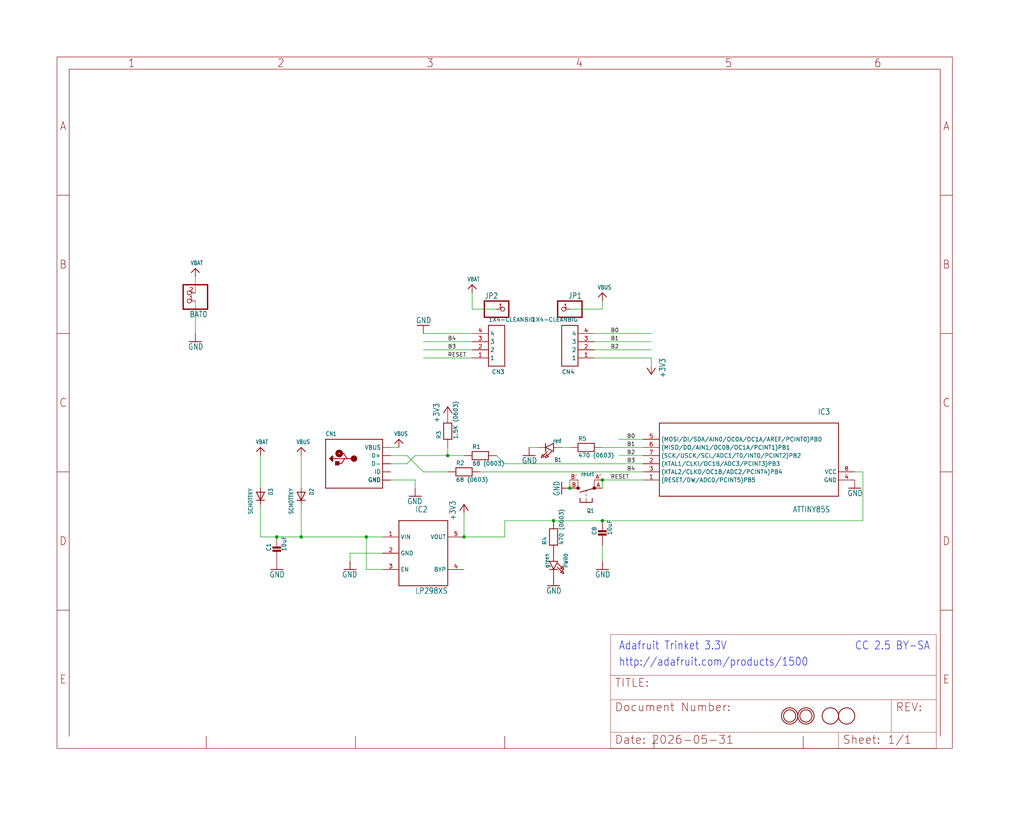
<source format=kicad_sch>
(kicad_sch (version 20230121) (generator eeschema)
  (paper "User" 319.507 254.127)
  (lib_symbols
    (symbol "working-eagle-import:+3V3" (power)
      (property "Value" "+3V3" (at -2.54 -5.08 90))
      (symbol "+3V3_1_0"
        (polyline (pts (xy 0 0) (xy -1.27 -1.905)) (stroke (width 0.254)))
        (polyline (pts (xy 1.27 -1.905) (xy 0 0)) (stroke (width 0.254)))
        (pin power_in line (at 0 -2.54 90) (length 2.54) (name "+3V3") (number "1"))
      )
    )
    (symbol "working-eagle-import:1X4-CLEANBIG"
      (property "Reference" "CN" (at 5.08 7.62 0))
      (symbol "1X4-CLEANBIG_1_0"
        (polyline (pts (xy 0 -7.62) (xy 0 5.08)) (stroke (width 0.254)))
        (polyline (pts (xy 0 5.08) (xy 5.08 5.08)) (stroke (width 0.254)))
        (polyline (pts (xy 5.08 -7.62) (xy 0 -7.62)) (stroke (width 0.254)))
        (polyline (pts (xy 5.08 5.08) (xy 5.08 -7.62)) (stroke (width 0.254)))
        (pin bidirectional line (at -5.08 2.54 0) (length 5.08) (name "1") (number "1"))
        (pin bidirectional line (at -5.08 0 0) (length 5.08) (name "2") (number "2"))
        (pin bidirectional line (at -5.08 -2.54 0) (length 5.08) (name "3") (number "3"))
        (pin bidirectional line (at -5.08 -5.08 0) (length 5.08) (name "4") (number "4"))
      )
    )
    (symbol "working-eagle-import:ATTINY85S"
      (property "Reference" "IC" (at -25.4 12.7 0))
      (symbol "ATTINY85S_1_0"
        (polyline (pts (xy -27.94 -12.7) (xy -27.94 10.16)) (stroke (width 0.254)))
        (polyline (pts (xy -27.94 10.16) (xy 27.94 10.16)) (stroke (width 0.254)))
        (polyline (pts (xy 27.94 -12.7) (xy -27.94 -12.7)) (stroke (width 0.254)))
        (polyline (pts (xy 27.94 10.16) (xy 27.94 -12.7)) (stroke (width 0.254)))
        (pin bidirectional line (at 33.02 -7.62 180) (length 5.08) (name "(RESET/DW/ADC0/PCINT5)PB5") (number "1"))
        (pin bidirectional line (at 33.02 -2.54 180) (length 5.08) (name "(XTAL1/CLKI/OC1B/ADC3/PCINT3)PB3") (number "2"))
        (pin bidirectional line (at 33.02 -5.08 180) (length 5.08) (name "(XTAL2/CLKO/OC1B/ADC2/PCINT4)PB4") (number "3"))
        (pin bidirectional line (at -33.02 -7.62 0) (length 5.08) (name "GND") (number "4"))
        (pin bidirectional line (at 33.02 5.08 180) (length 5.08) (name "(MOSI/DI/SDA/AIN0/OC0A/OC1A/AREF/PCINT0)PB0") (number "5"))
        (pin bidirectional line (at 33.02 2.54 180) (length 5.08) (name "(MISO/DO/AIN1/OC0B/OC1A/PCINT1)PB1") (number "6"))
        (pin bidirectional line (at 33.02 0 180) (length 5.08) (name "(SCK/USCK/SCL/ADC1/T0/INT0/PCINT2)PB2") (number "7"))
        (pin bidirectional line (at -33.02 -5.08 0) (length 5.08) (name "VCC") (number "8"))
      )
    )
    (symbol "working-eagle-import:CAP_CERAMIC0805-NOOUTLINE"
      (property "Reference" "C" (at -1.79 0.54 90))
      (symbol "CAP_CERAMIC0805-NOOUTLINE_1_0"
        (rectangle (start -1.27 0.508) (end 1.27 1.016) (fill (type outline)))
        (rectangle (start -1.27 1.524) (end 1.27 2.032) (fill (type outline)))
        (polyline (pts (xy 0 0.762) (xy 0 0)) (stroke (width 0.1524)))
        (polyline (pts (xy 0 2.54) (xy 0 1.778)) (stroke (width 0.1524)))
        (pin passive line (at 0 5.08 270) (length 2.54) (name "1") (number "1"))
        (pin passive line (at 0 -2.54 90) (length 2.54) (name "2") (number "2"))
      )
    )
    (symbol "working-eagle-import:CON_JST_PH_2PIN"
      (property "Reference" "X" (at -6.35 5.715 0))
      (symbol "CON_JST_PH_2PIN_1_0"
        (polyline (pts (xy -6.35 -2.54) (xy 1.27 -2.54)) (stroke (width 0.4064)))
        (polyline (pts (xy -6.35 5.08) (xy -6.35 -2.54)) (stroke (width 0.4064)))
        (polyline (pts (xy 1.27 -2.54) (xy 1.27 5.08)) (stroke (width 0.4064)))
        (polyline (pts (xy 1.27 5.08) (xy -6.35 5.08)) (stroke (width 0.4064)))
        (pin passive inverted (at -2.54 2.54 0) (length 2.54) (name "1") (number "1"))
        (pin passive inverted (at -2.54 0 0) (length 2.54) (name "2") (number "2"))
      )
    )
    (symbol "working-eagle-import:DIODE_SOD-123FL"
      (property "Reference" "D" (at -2.54 2.54 0))
      (symbol "DIODE_SOD-123FL_1_0"
        (polyline (pts (xy -1.27 -1.27) (xy 1.27 0)) (stroke (width 0.254)))
        (polyline (pts (xy -1.27 1.27) (xy -1.27 -1.27)) (stroke (width 0.254)))
        (polyline (pts (xy 1.27 0) (xy -1.27 1.27)) (stroke (width 0.254)))
        (polyline (pts (xy 1.27 0) (xy 1.27 -1.27)) (stroke (width 0.254)))
        (polyline (pts (xy 1.27 1.27) (xy 1.27 0)) (stroke (width 0.254)))
        (pin passive line (at -2.54 0 0) (length 2.54) (name "A") (number "A"))
        (pin passive line (at 2.54 0 180) (length 2.54) (name "C") (number "C"))
      )
    )
    (symbol "working-eagle-import:FIDUCIAL"
      (symbol "FIDUCIAL_1_0"
        (circle (center 0 0) (radius 2.54) (stroke (width 0.254)))
      )
    )
    (symbol "working-eagle-import:FRAME_A_L"
      (symbol "FRAME_A_L_1_0"
        (polyline (pts (xy 0 43.18) (xy 3.81 43.18)))
        (polyline (pts (xy 0 86.36) (xy 3.81 86.36)))
        (polyline (pts (xy 0 129.54) (xy 3.81 129.54)))
        (polyline (pts (xy 0 172.72) (xy 3.81 172.72)))
        (polyline (pts (xy 3.81 3.81) (xy 3.81 212.09)))
        (polyline (pts (xy 46.5667 0) (xy 46.5667 3.81)))
        (polyline (pts (xy 93.1333 0) (xy 93.1333 3.81)))
        (polyline (pts (xy 139.7 0) (xy 139.7 3.81)))
        (polyline (pts (xy 186.2667 0) (xy 186.2667 3.81)))
        (polyline (pts (xy 232.8333 0) (xy 232.8333 3.81)))
        (polyline (pts (xy 275.59 3.81) (xy 275.59 212.09)))
        (polyline (pts (xy 275.59 43.18) (xy 279.4 43.18)))
        (polyline (pts (xy 275.59 86.36) (xy 279.4 86.36)))
        (polyline (pts (xy 275.59 129.54) (xy 279.4 129.54)))
        (polyline (pts (xy 275.59 172.72) (xy 279.4 172.72)))
        (polyline (pts (xy 275.59 212.09) (xy 3.81 212.09)))
        (polyline (pts (xy 0 0) (xy 279.4 0) (xy 279.4 215.9) (xy 0 215.9) (xy 0 0)))
        (text "1" (at 23.2833 213.995 0) (effects (font (size 2.54 2.286))))
        (text "2" (at 69.85 213.995 0) (effects (font (size 2.54 2.286))))
        (text "3" (at 116.4167 213.995 0) (effects (font (size 2.54 2.286))))
        (text "4" (at 162.9833 213.995 0) (effects (font (size 2.54 2.286))))
        (text "5" (at 209.55 213.995 0) (effects (font (size 2.54 2.286))))
        (text "6" (at 256.1167 213.995 0) (effects (font (size 2.54 2.286))))
        (text "A" (at 1.905 194.31 0) (effects (font (size 2.54 2.286))))
        (text "A" (at 277.495 194.31 0) (effects (font (size 2.54 2.286))))
        (text "B" (at 1.905 151.13 0) (effects (font (size 2.54 2.286))))
        (text "B" (at 277.495 151.13 0) (effects (font (size 2.54 2.286))))
        (text "C" (at 1.905 107.95 0) (effects (font (size 2.54 2.286))))
        (text "C" (at 277.495 107.95 0) (effects (font (size 2.54 2.286))))
        (text "D" (at 1.905 64.77 0) (effects (font (size 2.54 2.286))))
        (text "D" (at 277.495 64.77 0) (effects (font (size 2.54 2.286))))
        (text "E" (at 1.905 21.59 0) (effects (font (size 2.54 2.286))))
        (text "E" (at 277.495 21.59 0) (effects (font (size 2.54 2.286))))
      )
      (symbol "FRAME_A_L_2_0"
        (polyline (pts (xy 0 0) (xy 0 5.08)) (stroke (width 0.1016)))
        (polyline (pts (xy 0 0) (xy 71.12 0)) (stroke (width 0.1016)))
        (polyline (pts (xy 0 5.08) (xy 0 15.24)) (stroke (width 0.1016)))
        (polyline (pts (xy 0 5.08) (xy 71.12 5.08)) (stroke (width 0.1016)))
        (polyline (pts (xy 0 15.24) (xy 0 22.86)) (stroke (width 0.1016)))
        (polyline (pts (xy 0 22.86) (xy 0 35.56)) (stroke (width 0.1016)))
        (polyline (pts (xy 0 22.86) (xy 101.6 22.86)) (stroke (width 0.1016)))
        (polyline (pts (xy 71.12 0) (xy 101.6 0)) (stroke (width 0.1016)))
        (polyline (pts (xy 71.12 5.08) (xy 71.12 0)) (stroke (width 0.1016)))
        (polyline (pts (xy 71.12 5.08) (xy 87.63 5.08)) (stroke (width 0.1016)))
        (polyline (pts (xy 87.63 5.08) (xy 101.6 5.08)) (stroke (width 0.1016)))
        (polyline (pts (xy 87.63 15.24) (xy 0 15.24)) (stroke (width 0.1016)))
        (polyline (pts (xy 87.63 15.24) (xy 87.63 5.08)) (stroke (width 0.1016)))
        (polyline (pts (xy 101.6 5.08) (xy 101.6 0)) (stroke (width 0.1016)))
        (polyline (pts (xy 101.6 15.24) (xy 87.63 15.24)) (stroke (width 0.1016)))
        (polyline (pts (xy 101.6 15.24) (xy 101.6 5.08)) (stroke (width 0.1016)))
        (polyline (pts (xy 101.6 22.86) (xy 101.6 15.24)) (stroke (width 0.1016)))
        (polyline (pts (xy 101.6 35.56) (xy 0 35.56)) (stroke (width 0.1016)))
        (polyline (pts (xy 101.6 35.56) (xy 101.6 22.86)) (stroke (width 0.1016)))
        (text "${#}/${##}" (at 86.36 1.27 0) (effects (font (size 2.54 2.54)) (justify left bottom)))
        (text "${CURRENT_DATE}" (at 12.7 1.27 0) (effects (font (size 2.54 2.54)) (justify left bottom)))
        (text "${PROJECTNAME}" (at 17.78 19.05 0) (effects (font (size 2.54 2.54)) (justify left bottom)))
        (text "Date:" (at 1.27 1.27 0) (effects (font (size 2.54 2.54)) (justify left bottom)))
        (text "Document Number:" (at 1.27 11.43 0) (effects (font (size 2.54 2.54)) (justify left bottom)))
        (text "REV:" (at 88.9 11.43 0) (effects (font (size 2.54 2.54)) (justify left bottom)))
        (text "Sheet:" (at 72.39 1.27 0) (effects (font (size 2.54 2.54)) (justify left bottom)))
        (text "TITLE:" (at 1.27 19.05 0) (effects (font (size 2.54 2.54)) (justify left bottom)))
      )
    )
    (symbol "working-eagle-import:GND" (power)
      (property "Value" "GND" (at -2.54 -2.54 0))
      (symbol "GND_1_0"
        (polyline (pts (xy -1.905 0) (xy 1.905 0)) (stroke (width 0.254)))
        (pin power_in line (at 0 2.54 270) (length 2.54) (name "GND") (number "1"))
      )
    )
    (symbol "working-eagle-import:LED0805_NOOUTLINE"
      (property "Reference" "LED" (at -5.08 3.175 0))
      (symbol "LED0805_NOOUTLINE_1_0"
        (polyline (pts (xy -2.54 -1.27) (xy 0 0)) (stroke (width 0.254)))
        (polyline (pts (xy -2.54 1.27) (xy -2.54 -1.27)) (stroke (width 0.254)))
        (polyline (pts (xy -1.905 1.27) (xy -0.635 2.54)) (stroke (width 0.254)))
        (polyline (pts (xy -0.9525 2.8575) (xy -0.3175 2.2225)) (stroke (width 0.254)))
        (polyline (pts (xy -0.635 1.27) (xy 0.635 2.54)) (stroke (width 0.254)))
        (polyline (pts (xy -0.3175 2.2225) (xy 0 3.175)) (stroke (width 0.254)))
        (polyline (pts (xy 0 0) (xy -2.54 1.27)) (stroke (width 0.254)))
        (polyline (pts (xy 0 0) (xy 0 -1.27)) (stroke (width 0.254)))
        (polyline (pts (xy 0 1.27) (xy 0 0)) (stroke (width 0.254)))
        (polyline (pts (xy 0 3.175) (xy -0.9525 2.8575)) (stroke (width 0.254)))
        (polyline (pts (xy 0.3175 2.8575) (xy 0.9525 2.2225)) (stroke (width 0.254)))
        (polyline (pts (xy 0.9525 2.2225) (xy 1.27 3.175)) (stroke (width 0.254)))
        (polyline (pts (xy 1.27 3.175) (xy 0.3175 2.8575)) (stroke (width 0.254)))
        (pin passive line (at -5.08 0 0) (length 2.54) (name "A") (number "A"))
        (pin passive line (at 2.54 0 180) (length 2.54) (name "C") (number "C"))
      )
    )
    (symbol "working-eagle-import:LP298XS"
      (property "Reference" "IC" (at -12.7 -5.08 90))
      (symbol "LP298XS_1_0"
        (polyline (pts (xy -10.16 -10.16) (xy 10.16 -10.16)) (stroke (width 0.254)))
        (polyline (pts (xy -10.16 5.08) (xy -10.16 -10.16)) (stroke (width 0.254)))
        (polyline (pts (xy 10.16 -10.16) (xy 10.16 5.08)) (stroke (width 0.254)))
        (polyline (pts (xy 10.16 5.08) (xy -10.16 5.08)) (stroke (width 0.254)))
        (pin bidirectional line (at -5.08 -15.24 90) (length 5.08) (name "VIN") (number "1"))
        (pin bidirectional line (at 0 -15.24 90) (length 5.08) (name "GND") (number "2"))
        (pin bidirectional line (at 5.08 -15.24 90) (length 5.08) (name "EN") (number "3"))
        (pin bidirectional line (at 5.08 10.16 270) (length 5.08) (name "BYP") (number "4"))
        (pin bidirectional line (at -5.08 10.16 270) (length 5.08) (name "VOUT") (number "5"))
      )
    )
    (symbol "working-eagle-import:MOUNTINGHOLE2.0"
      (symbol "MOUNTINGHOLE2.0_1_0"
        (circle (center 0 0) (radius 1.905) (stroke (width 0.254)))
        (circle (center 0 0) (radius 2.54) (stroke (width 0.254)))
      )
    )
    (symbol "working-eagle-import:PINHD-1X1CB"
      (property "Reference" "JP" (at -6.35 3.175 0))
      (symbol "PINHD-1X1CB_1_0"
        (polyline (pts (xy -6.35 -2.54) (xy 1.27 -2.54)) (stroke (width 0.4064)))
        (polyline (pts (xy -6.35 2.54) (xy -6.35 -2.54)) (stroke (width 0.4064)))
        (polyline (pts (xy 1.27 -2.54) (xy 1.27 2.54)) (stroke (width 0.4064)))
        (polyline (pts (xy 1.27 2.54) (xy -6.35 2.54)) (stroke (width 0.4064)))
        (pin passive inverted (at -2.54 0 0) (length 2.54) (name "1") (number "1"))
      )
    )
    (symbol "working-eagle-import:RESISTOR_0603_NOOUT"
      (property "Reference" "R" (at -2.54 2.032 0))
      (symbol "RESISTOR_0603_NOOUT_1_0"
        (polyline (pts (xy -2.54 -1.27) (xy -2.54 1.27)) (stroke (width 0.254)))
        (polyline (pts (xy -2.54 1.27) (xy 2.54 1.27)) (stroke (width 0.254)))
        (polyline (pts (xy 2.54 -1.27) (xy -2.54 -1.27)) (stroke (width 0.254)))
        (polyline (pts (xy 2.54 1.27) (xy 2.54 -1.27)) (stroke (width 0.254)))
        (pin passive line (at -5.08 0 0) (length 2.54) (name "1") (number "1"))
        (pin passive line (at 5.08 0 180) (length 2.54) (name "2") (number "2"))
      )
    )
    (symbol "working-eagle-import:SWITCH_TACT_SMT4.6X2.8"
      (property "Reference" "SW" (at -2.54 6.35 0))
      (symbol "SWITCH_TACT_SMT4.6X2.8_1_0"
        (circle (center -2.54 0) (radius 0.127) (stroke (width 0.4064)))
        (polyline (pts (xy -2.54 -2.54) (xy -2.54 0)) (stroke (width 0.1524)))
        (polyline (pts (xy -2.54 0) (xy 1.905 1.27)) (stroke (width 0.254)))
        (polyline (pts (xy -1.905 4.445) (xy -1.905 3.175)) (stroke (width 0.254)))
        (polyline (pts (xy 0 1.27) (xy 0 0.635)) (stroke (width 0.1524)))
        (polyline (pts (xy 0 2.54) (xy 0 1.905)) (stroke (width 0.1524)))
        (polyline (pts (xy 0 4.445) (xy -1.905 4.445)) (stroke (width 0.254)))
        (polyline (pts (xy 0 4.445) (xy 0 3.175)) (stroke (width 0.1524)))
        (polyline (pts (xy 1.905 0) (xy 2.54 0)) (stroke (width 0.254)))
        (polyline (pts (xy 1.905 4.445) (xy 0 4.445)) (stroke (width 0.254)))
        (polyline (pts (xy 1.905 4.445) (xy 1.905 3.175)) (stroke (width 0.254)))
        (polyline (pts (xy 2.54 -2.54) (xy 2.54 0)) (stroke (width 0.1524)))
        (circle (center 2.54 0) (radius 0.127) (stroke (width 0.4064)))
        (pin passive line (at -5.08 0 0) (length 2.54) (name "P") (number "A"))
        (pin passive line (at -5.08 -2.54 0) (length 2.54) (name "P1") (number "A'"))
        (pin passive line (at 5.08 0 180) (length 2.54) (name "S") (number "B"))
        (pin passive line (at 5.08 -2.54 180) (length 2.54) (name "S1") (number "B'"))
      )
    )
    (symbol "working-eagle-import:USBMINIB"
      (property "Reference" "X" (at -10.16 8.636 0))
      (symbol "USBMINIB_1_0"
        (rectangle (start -7.12 -0.45) (end -5.92 0.75) (fill (type outline)))
        (circle (center -5.92 3.2) (radius 0.2) (stroke (width 1)))
        (circle (center -1.32 1.6) (radius 0.5) (stroke (width 1)))
        (polyline (pts (xy -10.2 7.62) (xy -10.16 7.62)) (stroke (width 0.254)))
        (polyline (pts (xy -10.16 -7.62) (xy 7.62 -7.62)) (stroke (width 0.254)))
        (polyline (pts (xy -10.16 7.62) (xy -10.16 -7.62)) (stroke (width 0.254)))
        (polyline (pts (xy -10.16 7.62) (xy 7.62 7.62)) (stroke (width 0.254)))
        (polyline (pts (xy -8.92 1.6) (xy -8.12 2.4)) (stroke (width 0.254)))
        (polyline (pts (xy -8.52 1.4) (xy -8.32 1.2)) (stroke (width 0.254)))
        (polyline (pts (xy -8.52 1.6) (xy -8.52 1.4)) (stroke (width 0.254)))
        (polyline (pts (xy -8.32 1.2) (xy -8.32 2)) (stroke (width 0.254)))
        (polyline (pts (xy -8.32 2) (xy -8.72 1.6)) (stroke (width 0.254)))
        (polyline (pts (xy -8.12 0.8) (xy -8.92 1.6)) (stroke (width 0.254)))
        (polyline (pts (xy -8.12 1) (xy -8.12 2.4)) (stroke (width 0.254)))
        (polyline (pts (xy -8.12 2.4) (xy -7.92 2.4)) (stroke (width 0.254)))
        (polyline (pts (xy -7.92 0.8) (xy -8.12 0.8)) (stroke (width 0.254)))
        (polyline (pts (xy -7.92 1.6) (xy -7.92 0.8)) (stroke (width 0.254)))
        (polyline (pts (xy -7.92 2.4) (xy -7.92 1.6)) (stroke (width 0.254)))
        (polyline (pts (xy -6.27 0.15) (xy -5.07 0.15)) (stroke (width 0.254)))
        (polyline (pts (xy -5.52 3.2) (xy -4.52 3.2)) (stroke (width 0.254)))
        (polyline (pts (xy -5.07 0.15) (xy -4.22 1.6)) (stroke (width 0.254)))
        (polyline (pts (xy -4.52 3.2) (xy -3.47 1.6)) (stroke (width 0.254)))
        (polyline (pts (xy -4.22 1.6) (xy -7.92 1.6)) (stroke (width 0.254)))
        (polyline (pts (xy -3.47 1.6) (xy -4.22 1.6)) (stroke (width 0.254)))
        (polyline (pts (xy -1.32 1.6) (xy -3.47 1.6)) (stroke (width 0.254)))
        (polyline (pts (xy 7.62 7.62) (xy 7.62 -7.62)) (stroke (width 0.254)))
        (pin bidirectional line (at 10.16 2.54 180) (length 2.54) (name "D+") (number "D+"))
        (pin bidirectional line (at 10.16 0 180) (length 2.54) (name "D-") (number "D-"))
        (pin power_in line (at 10.16 -5.08 180) (length 2.54) (name "GND") (number "GND"))
        (pin power_in line (at 10.16 -5.08 180) (length 2.54) (name "GND") (number "GND1"))
        (pin power_in line (at 10.16 -5.08 180) (length 2.54) (name "GND") (number "GND2"))
        (pin power_in line (at 10.16 -5.08 180) (length 2.54) (name "GND") (number "GND3"))
        (pin power_in line (at 10.16 -5.08 180) (length 2.54) (name "GND") (number "GND4"))
        (pin bidirectional line (at 10.16 -2.54 180) (length 2.54) (name "ID") (number "ID"))
        (pin power_in line (at 10.16 5.08 180) (length 2.54) (name "VBUS") (number "VBUS"))
      )
    )
    (symbol "working-eagle-import:VBAT" (power)
      (property "Value" "VBAT" (at -1.524 1.016 0))
      (symbol "VBAT_1_0"
        (polyline (pts (xy -1.27 -1.27) (xy 0 0)) (stroke (width 0.254)))
        (polyline (pts (xy 0 0) (xy 1.27 -1.27)) (stroke (width 0.254)))
        (pin power_in line (at 0 -2.54 90) (length 2.54) (name "VBAT") (number "1"))
      )
    )
    (symbol "working-eagle-import:VBUS" (power)
      (property "Value" "VBUS" (at -1.524 1.016 0))
      (symbol "VBUS_1_0"
        (polyline (pts (xy -1.27 -1.27) (xy 0 0)) (stroke (width 0.254)))
        (polyline (pts (xy 0 0) (xy 1.27 -1.27)) (stroke (width 0.254)))
        (pin power_in line (at 0 -2.54 90) (length 2.54) (name "VBUS") (number "1"))
      )
    )
  )
  (junction (at 93.98 167.64))
  (junction (at 86.36 167.64))
  (junction (at 114.3 167.64))
  (junction (at 187.96 162.56))
  (junction (at 139.7 142.24))
  (junction (at 187.96 149.86))
  (junction (at 144.78 167.64))
  (junction (at 172.72 162.56))
  (junction (at 177.8 152.4))
  (wire (pts (xy 60.96 104.14) (xy 60.96 93.98)) (stroke (width 0.1524)))
  (wire (pts (xy 109.22 172.72) (xy 109.22 175.26)) (stroke (width 0.1524)))
  (wire (pts (xy 203.2 106.68) (xy 185.42 106.68)) (stroke (width 0.1524)))
  (wire (pts (xy 193.04 137.16) (xy 200.66 137.16)) (stroke (width 0.1524)))
  (wire (pts (xy 157.48 162.56) (xy 172.72 162.56)) (stroke (width 0.1524)))
  (wire (pts (xy 147.32 111.76) (xy 132.08 111.76)) (stroke (width 0.1524)))
  (wire (pts (xy 154.94 96.52) (xy 147.32 96.52)) (stroke (width 0.1524)))
  (wire (pts (xy 187.96 162.56) (xy 269.24 162.56)) (stroke (width 0.1524)))
  (wire (pts (xy 269.24 162.56) (xy 269.24 147.32)) (stroke (width 0.1524)))
  (wire (pts (xy 147.32 96.52) (xy 147.32 91.44)) (stroke (width 0.1524)))
  (wire (pts (xy 119.38 172.72) (xy 109.22 172.72)) (stroke (width 0.1524)))
  (wire (pts (xy 86.36 167.64) (xy 81.28 167.64)) (stroke (width 0.1524)))
  (wire (pts (xy 203.2 114.3) (xy 203.2 111.76)) (stroke (width 0.1524)))
  (wire (pts (xy 203.2 109.22) (xy 185.42 109.22)) (stroke (width 0.1524)))
  (wire (pts (xy 114.3 177.8) (xy 114.3 167.64)) (stroke (width 0.1524)))
  (wire (pts (xy 157.48 167.64) (xy 157.48 162.56)) (stroke (width 0.1524)))
  (wire (pts (xy 129.54 149.86) (xy 129.54 152.4)) (stroke (width 0.1524)))
  (wire (pts (xy 187.96 96.52) (xy 177.8 96.52)) (stroke (width 0.1524)))
  (wire (pts (xy 119.38 177.8) (xy 114.3 177.8)) (stroke (width 0.1524)))
  (wire (pts (xy 139.7 142.24) (xy 144.78 142.24)) (stroke (width 0.1524)))
  (wire (pts (xy 172.72 162.56) (xy 187.96 162.56)) (stroke (width 0.1524)))
  (wire (pts (xy 187.96 93.98) (xy 187.96 96.52)) (stroke (width 0.1524)))
  (wire (pts (xy 157.48 144.78) (xy 200.66 144.78)) (stroke (width 0.1524)))
  (wire (pts (xy 187.96 149.86) (xy 187.96 152.4)) (stroke (width 0.1524)))
  (wire (pts (xy 165.1 139.7) (xy 167.64 139.7)) (stroke (width 0.1524)))
  (wire (pts (xy 147.32 109.22) (xy 132.08 109.22)) (stroke (width 0.1524)))
  (wire (pts (xy 132.08 147.32) (xy 139.7 147.32)) (stroke (width 0.1524)))
  (wire (pts (xy 200.66 139.7) (xy 187.96 139.7)) (stroke (width 0.1524)))
  (wire (pts (xy 129.54 142.24) (xy 139.7 142.24)) (stroke (width 0.1524)))
  (wire (pts (xy 121.92 144.78) (xy 127 144.78)) (stroke (width 0.1524)))
  (wire (pts (xy 185.42 104.14) (xy 203.2 104.14)) (stroke (width 0.1524)))
  (wire (pts (xy 147.32 104.14) (xy 132.08 104.14)) (stroke (width 0.1524)))
  (wire (pts (xy 124.46 139.7) (xy 121.92 139.7)) (stroke (width 0.1524)))
  (wire (pts (xy 139.7 139.7) (xy 139.7 142.24)) (stroke (width 0.1524)))
  (wire (pts (xy 93.98 167.64) (xy 114.3 167.64)) (stroke (width 0.1524)))
  (wire (pts (xy 93.98 167.64) (xy 86.36 167.64)) (stroke (width 0.1524)))
  (wire (pts (xy 177.8 139.7) (xy 175.26 139.7)) (stroke (width 0.1524)))
  (wire (pts (xy 81.28 167.64) (xy 81.28 157.48)) (stroke (width 0.1524)))
  (wire (pts (xy 187.96 175.26) (xy 187.96 170.18)) (stroke (width 0.1524)))
  (wire (pts (xy 193.04 142.24) (xy 200.66 142.24)) (stroke (width 0.1524)))
  (wire (pts (xy 93.98 152.4) (xy 93.98 142.24)) (stroke (width 0.1524)))
  (wire (pts (xy 127 142.24) (xy 132.08 147.32)) (stroke (width 0.1524)))
  (wire (pts (xy 121.92 142.24) (xy 127 142.24)) (stroke (width 0.1524)))
  (wire (pts (xy 203.2 111.76) (xy 185.42 111.76)) (stroke (width 0.1524)))
  (wire (pts (xy 177.8 149.86) (xy 177.8 152.4)) (stroke (width 0.1524)))
  (wire (pts (xy 144.78 167.64) (xy 157.48 167.64)) (stroke (width 0.1524)))
  (wire (pts (xy 81.28 142.24) (xy 81.28 152.4)) (stroke (width 0.1524)))
  (wire (pts (xy 121.92 149.86) (xy 129.54 149.86)) (stroke (width 0.1524)))
  (wire (pts (xy 147.32 106.68) (xy 132.08 106.68)) (stroke (width 0.1524)))
  (wire (pts (xy 149.86 147.32) (xy 200.66 147.32)) (stroke (width 0.1524)))
  (wire (pts (xy 154.94 142.24) (xy 157.48 144.78)) (stroke (width 0.1524)))
  (wire (pts (xy 114.3 167.64) (xy 119.38 167.64)) (stroke (width 0.1524)))
  (wire (pts (xy 187.96 149.86) (xy 200.66 149.86)) (stroke (width 0.1524)))
  (wire (pts (xy 93.98 157.48) (xy 93.98 167.64)) (stroke (width 0.1524)))
  (wire (pts (xy 127 144.78) (xy 129.54 142.24)) (stroke (width 0.1524)))
  (wire (pts (xy 60.96 91.44) (xy 60.96 86.36)) (stroke (width 0.1524)))
  (wire (pts (xy 144.78 160.02) (xy 144.78 167.64)) (stroke (width 0.1524)))
  (wire (pts (xy 269.24 147.32) (xy 266.7 147.32)) (stroke (width 0.1524)))
  (text "CC 2.5 BY-SA" (at 266.7 203.2 0) (effects (font (size 2.54 2.159)) (justify left bottom)))
  (text "Adafruit Trinket 3.3V" (at 193.04 203.2 0) (effects (font (size 2.54 2.159)) (justify left bottom)))
  (text "http://adafruit.com/products/1500" (at 193.04 208.28 0) (effects (font (size 2.54 2.159)) (justify left bottom)))
  (label "B0" (at 190.5 104.14 0) (effects (font (size 1.2446 1.2446))))
  (label "B3" (at 195.58 144.78 0) (effects (font (size 1.2446 1.2446))))
  (label "B4" (at 195.58 147.32 0) (effects (font (size 1.2446 1.2446))))
  (label "B3" (at 139.7 109.22 0) (effects (font (size 1.2446 1.2446))))
  (label "B1" (at 190.5 106.68 0) (effects (font (size 1.2446 1.2446))))
  (label "B0" (at 195.58 137.16 0) (effects (font (size 1.2446 1.2446))))
  (label "RESET" (at 190.5 149.86 0) (effects (font (size 1.2446 1.2446))))
  (label "B4" (at 139.7 106.68 0) (effects (font (size 1.2446 1.2446))))
  (label "B2" (at 195.58 142.24 0) (effects (font (size 1.2446 1.2446))))
  (label "B2" (at 190.5 109.22 0) (effects (font (size 1.2446 1.2446))))
  (label "B1" (at 195.58 139.7 0) (effects (font (size 1.2446 1.2446))))
  (label "RESET" (at 139.7 111.76 0) (effects (font (size 1.2446 1.2446))))
  (symbol (lib_id "working-eagle-import:FIDUCIAL") (at 264.16 223.52 0) (unit 1)
    (property "Reference" "U$1" (effects hide))
    (property "Value" "FIDUCIAL" (effects hide))
    (property "Footprint" "working:FIDUCIAL_1MM" (effects hide))
  )
  (symbol (lib_id "working-eagle-import:LED0805_NOOUTLINE") (at 172.72 177.8 270) (unit 1)
    (property "Reference" "PWR0" (at 175.895 172.72 0) (effects (font (size 1.27 1.0795)) (justify left bottom)))
    (property "Value" "green" (at 169.926 172.72 0) (effects (font (size 1.27 1.0795)) (justify left bottom)))
    (property "Footprint" "working:CHIPLED_0805_NOOUTLINE" (effects hide))
  )
  (symbol (lib_id "working-eagle-import:MOUNTINGHOLE2.0") (at 246.38 223.52 0) (unit 1)
    (property "Reference" "U$9" (effects hide))
    (property "Value" "MOUNTINGHOLE2.0" (effects hide))
    (property "Footprint" "working:MOUNTINGHOLE_2.0_PLATED" (effects hide))
  )
  (symbol (lib_id "working-eagle-import:GND") (at 86.36 177.8 0) (mirror y) (unit 1)
    (property "Reference" "#GND3" (effects hide))
    (property "Value" "GND" (at 88.9 180.34 0) (effects (font (size 1.778 1.5113)) (justify left bottom)))
  )
  (symbol (lib_id "working-eagle-import:PINHD-1X1CB") (at 175.26 96.52 0) (mirror y) (unit 1)
    (property "Reference" "JP1" (at 181.61 93.345 0) (effects (font (size 1.778 1.5113)) (justify left bottom)))
    (property "Value" "PINHD-1X1CB" (effects hide))
    (property "Footprint" "working:1X01-CLEANBIG" (effects hide))
  )
  (symbol (lib_id "working-eagle-import:USBMINIB") (at 111.76 144.78 0) (unit 1)
    (property "Reference" "CN1" (at 101.6 136.144 0) (effects (font (size 1.27 1.0795)) (justify left bottom)))
    (property "Value" "USBMINIB" (effects hide))
    (property "Footprint" "working:USB-MINIB" (effects hide))
  )
  (symbol (lib_id "working-eagle-import:DIODE_SOD-123FL") (at 81.28 154.94 270) (unit 1)
    (property "Reference" "D3" (at 83.82 152.4 0) (effects (font (size 1.27 1.0795)) (justify left bottom)))
    (property "Value" "SCHOTTKY" (at 77.47 152.4 0) (effects (font (size 1.27 1.0795)) (justify left bottom)))
    (property "Footprint" "working:SOD-123FL" (effects hide))
  )
  (symbol (lib_id "working-eagle-import:FRAME_A_L") (at 17.78 233.68 0) (unit 1)
    (property "Reference" "#FRAME1" (effects hide))
    (property "Value" "FRAME_A_L" (effects hide))
  )
  (symbol (lib_id "working-eagle-import:GND") (at 172.72 182.88 0) (mirror y) (unit 1)
    (property "Reference" "#GND6" (effects hide))
    (property "Value" "GND" (at 175.26 185.42 0) (effects (font (size 1.778 1.5113)) (justify left bottom)))
  )
  (symbol (lib_id "working-eagle-import:GND") (at 175.26 152.4 270) (mirror x) (unit 1)
    (property "Reference" "#GND5" (effects hide))
    (property "Value" "GND" (at 172.72 154.94 0) (effects (font (size 1.778 1.5113)) (justify left bottom)))
  )
  (symbol (lib_id "working-eagle-import:GND") (at 109.22 177.8 0) (unit 1)
    (property "Reference" "#GND11" (effects hide))
    (property "Value" "GND" (at 106.68 180.34 0) (effects (font (size 1.778 1.5113)) (justify left bottom)))
  )
  (symbol (lib_id "working-eagle-import:VBAT") (at 60.96 83.82 0) (unit 1)
    (property "Reference" "#U$7" (effects hide))
    (property "Value" "VBAT" (at 59.436 82.804 0) (effects (font (size 1.27 1.0795)) (justify left bottom)))
  )
  (symbol (lib_id "working-eagle-import:1X4-CLEANBIG") (at 180.34 109.22 180) (unit 1)
    (property "Reference" "CN4" (at 175.26 116.84 0) (effects (justify right top)))
    (property "Value" "1X4-CLEANBIG" (at 180.34 99.06 0) (effects (justify left bottom)))
    (property "Footprint" "working:1X04-CLEANBIG" (effects hide))
  )
  (symbol (lib_id "working-eagle-import:FIDUCIAL") (at 259.08 223.52 0) (unit 1)
    (property "Reference" "U$6" (effects hide))
    (property "Value" "FIDUCIAL" (effects hide))
    (property "Footprint" "working:FIDUCIAL_1MM" (effects hide))
  )
  (symbol (lib_id "working-eagle-import:GND") (at 60.96 106.68 0) (mirror y) (unit 1)
    (property "Reference" "#GND16" (effects hide))
    (property "Value" "GND" (at 63.5 109.22 0) (effects (font (size 1.778 1.5113)) (justify left bottom)))
  )
  (symbol (lib_id "working-eagle-import:VBUS") (at 93.98 139.7 0) (unit 1)
    (property "Reference" "#U$3" (effects hide))
    (property "Value" "VBUS" (at 92.456 138.684 0) (effects (font (size 1.27 1.0795)) (justify left bottom)))
  )
  (symbol (lib_id "working-eagle-import:DIODE_SOD-123FL") (at 93.98 154.94 270) (unit 1)
    (property "Reference" "D2" (at 96.52 152.4 0) (effects (font (size 1.27 1.0795)) (justify left bottom)))
    (property "Value" "SCHOTTKY" (at 90.17 152.4 0) (effects (font (size 1.27 1.0795)) (justify left bottom)))
    (property "Footprint" "working:SOD-123FL" (effects hide))
  )
  (symbol (lib_id "working-eagle-import:VBUS") (at 124.46 137.16 0) (unit 1)
    (property "Reference" "#U$2" (effects hide))
    (property "Value" "VBUS" (at 122.936 136.144 0) (effects (font (size 1.27 1.0795)) (justify left bottom)))
  )
  (symbol (lib_id "working-eagle-import:1X4-CLEANBIG") (at 152.4 109.22 0) (mirror x) (unit 1)
    (property "Reference" "CN3" (at 157.48 116.84 0) (effects (justify right top)))
    (property "Value" "1X4-CLEANBIG" (at 152.4 99.06 0) (effects (justify left bottom)))
    (property "Footprint" "working:1X04-CLEANBIG" (effects hide))
  )
  (symbol (lib_id "working-eagle-import:GND") (at 165.1 142.24 0) (mirror y) (unit 1)
    (property "Reference" "#GND4" (effects hide))
    (property "Value" "GND" (at 167.64 144.78 0) (effects (font (size 1.778 1.5113)) (justify left bottom)))
  )
  (symbol (lib_id "working-eagle-import:RESISTOR_0603_NOOUT") (at 172.72 167.64 90) (unit 1)
    (property "Reference" "R4" (at 170.688 170.18 0) (effects (justify left bottom)))
    (property "Value" "470 (0603)" (at 175.895 170.18 0) (effects (justify left bottom)))
    (property "Footprint" "working:0603-NO" (effects hide))
  )
  (symbol (lib_id "working-eagle-import:RESISTOR_0603_NOOUT") (at 139.7 134.62 90) (unit 1)
    (property "Reference" "R3" (at 137.668 137.16 0) (effects (justify left bottom)))
    (property "Value" "1.5K (0603)" (at 142.875 137.16 0) (effects (justify left bottom)))
    (property "Footprint" "working:0603-NO" (effects hide))
  )
  (symbol (lib_id "working-eagle-import:+3V3") (at 139.7 127 0) (unit 1)
    (property "Reference" "#+3V1" (effects hide))
    (property "Value" "+3V3" (at 137.16 132.08 90) (effects (font (size 1.778 1.5113)) (justify left bottom)))
  )
  (symbol (lib_id "working-eagle-import:CAP_CERAMIC0805-NOOUTLINE") (at 86.36 172.72 0) (unit 1)
    (property "Reference" "C1" (at 84.57 172.18 90) (effects (justify left bottom)))
    (property "Value" "10uF" (at 89.36 172.18 90) (effects (justify left bottom)))
    (property "Footprint" "working:0805-NO" (effects hide))
  )
  (symbol (lib_id "working-eagle-import:GND") (at 129.54 154.94 0) (unit 1)
    (property "Reference" "#GND1" (effects hide))
    (property "Value" "GND" (at 127 157.48 0) (effects (font (size 1.778 1.5113)) (justify left bottom)))
  )
  (symbol (lib_id "working-eagle-import:VBAT") (at 147.32 88.9 0) (unit 1)
    (property "Reference" "#U$10" (effects hide))
    (property "Value" "VBAT" (at 145.796 87.884 0) (effects (font (size 1.27 1.0795)) (justify left bottom)))
  )
  (symbol (lib_id "working-eagle-import:FRAME_A_L") (at 190.5 233.68 0) (unit 2)
    (property "Reference" "#FRAME1" (effects hide))
    (property "Value" "FRAME_A_L" (effects hide))
  )
  (symbol (lib_id "working-eagle-import:RESISTOR_0603_NOOUT") (at 144.78 147.32 0) (unit 1)
    (property "Reference" "R2" (at 142.24 145.288 0) (effects (justify left bottom)))
    (property "Value" "68 (0603)" (at 142.24 150.495 0) (effects (justify left bottom)))
    (property "Footprint" "working:0603-NO" (effects hide))
  )
  (symbol (lib_id "working-eagle-import:RESISTOR_0603_NOOUT") (at 182.88 139.7 0) (unit 1)
    (property "Reference" "R5" (at 180.34 137.668 0) (effects (justify left bottom)))
    (property "Value" "470 (0603)" (at 180.34 142.875 0) (effects (justify left bottom)))
    (property "Footprint" "working:0603-NO" (effects hide))
  )
  (symbol (lib_id "working-eagle-import:CON_JST_PH_2PIN") (at 58.42 91.44 180) (unit 1)
    (property "Reference" "BAT0" (at 64.77 97.155 0) (effects (font (size 1.778 1.5113)) (justify left bottom)))
    (property "Value" "CON_JST_PH_2PIN" (effects hide))
    (property "Footprint" "working:JSTPH2" (effects hide))
  )
  (symbol (lib_id "working-eagle-import:GND") (at 132.08 101.6 180) (unit 1)
    (property "Reference" "#GND2" (effects hide))
    (property "Value" "GND" (at 134.62 99.06 0) (effects (font (size 1.778 1.5113)) (justify left bottom)))
  )
  (symbol (lib_id "working-eagle-import:LED0805_NOOUTLINE") (at 170.18 139.7 180) (unit 1)
    (property "Reference" "B1" (at 175.26 142.875 0) (effects (font (size 1.27 1.0795)) (justify left bottom)))
    (property "Value" "red" (at 175.26 136.906 0) (effects (font (size 1.27 1.0795)) (justify left bottom)))
    (property "Footprint" "working:CHIPLED_0805_NOOUTLINE" (effects hide))
  )
  (symbol (lib_id "working-eagle-import:ATTINY85S") (at 233.68 142.24 0) (mirror y) (unit 1)
    (property "Reference" "IC3" (at 259.08 129.54 0) (effects (font (size 1.778 1.5113)) (justify left bottom)))
    (property "Value" "ATTINY85S" (at 259.08 160.02 0) (effects (font (size 1.778 1.5113)) (justify left bottom)))
    (property "Footprint" "working:SOIC8" (effects hide))
  )
  (symbol (lib_id "working-eagle-import:GND") (at 187.96 177.8 0) (mirror y) (unit 1)
    (property "Reference" "#GND12" (effects hide))
    (property "Value" "GND" (at 190.5 180.34 0) (effects (font (size 1.778 1.5113)) (justify left bottom)))
  )
  (symbol (lib_id "working-eagle-import:GND") (at 266.7 152.4 0) (mirror y) (unit 1)
    (property "Reference" "#GND22" (effects hide))
    (property "Value" "GND" (at 269.24 154.94 0) (effects (font (size 1.778 1.5113)) (justify left bottom)))
  )
  (symbol (lib_id "working-eagle-import:SWITCH_TACT_SMT4.6X2.8") (at 182.88 152.4 180) (unit 1)
    (property "Reference" "Q1" (at 185.42 158.75 0) (effects (font (size 1.27 1.0795)) (justify left bottom)))
    (property "Value" "reset" (at 185.42 147.32 0) (effects (font (size 1.27 1.0795)) (justify left bottom)))
    (property "Footprint" "working:BTN_KMR2_4.6X2.8" (effects hide))
  )
  (symbol (lib_id "working-eagle-import:MOUNTINGHOLE2.0") (at 251.46 223.52 0) (unit 1)
    (property "Reference" "U$8" (effects hide))
    (property "Value" "MOUNTINGHOLE2.0" (effects hide))
    (property "Footprint" "working:MOUNTINGHOLE_2.0_PLATED" (effects hide))
  )
  (symbol (lib_id "working-eagle-import:+3V3") (at 203.2 116.84 180) (unit 1)
    (property "Reference" "#+3V2" (effects hide))
    (property "Value" "+3V3" (at 205.74 111.76 90) (effects (font (size 1.778 1.5113)) (justify left bottom)))
  )
  (symbol (lib_id "working-eagle-import:RESISTOR_0603_NOOUT") (at 149.86 142.24 0) (unit 1)
    (property "Reference" "R1" (at 147.32 140.208 0) (effects (justify left bottom)))
    (property "Value" "68 (0603)" (at 147.32 145.415 0) (effects (justify left bottom)))
    (property "Footprint" "working:0603-NO" (effects hide))
  )
  (symbol (lib_id "working-eagle-import:VBUS") (at 187.96 91.44 0) (unit 1)
    (property "Reference" "#U$11" (effects hide))
    (property "Value" "VBUS" (at 186.436 90.424 0) (effects (font (size 1.27 1.0795)) (justify left bottom)))
  )
  (symbol (lib_id "working-eagle-import:VBAT") (at 81.28 139.7 0) (unit 1)
    (property "Reference" "#U$4" (effects hide))
    (property "Value" "VBAT" (at 79.756 138.684 0) (effects (font (size 1.27 1.0795)) (justify left bottom)))
  )
  (symbol (lib_id "working-eagle-import:+3V3") (at 144.78 157.48 0) (unit 1)
    (property "Reference" "#+3V3" (effects hide))
    (property "Value" "+3V3" (at 142.24 162.56 90) (effects (font (size 1.778 1.5113)) (justify left bottom)))
  )
  (symbol (lib_id "working-eagle-import:PINHD-1X1CB") (at 157.48 96.52 0) (unit 1)
    (property "Reference" "JP2" (at 151.13 93.345 0) (effects (font (size 1.778 1.5113)) (justify left bottom)))
    (property "Value" "PINHD-1X1CB" (effects hide))
    (property "Footprint" "working:1X01-CLEANBIG" (effects hide))
  )
  (symbol (lib_id "working-eagle-import:CAP_CERAMIC0805-NOOUTLINE") (at 187.96 167.64 0) (unit 1)
    (property "Reference" "C8" (at 186.17 167.1 90) (effects (justify left bottom)))
    (property "Value" "10uF" (at 190.96 167.1 90) (effects (justify left bottom)))
    (property "Footprint" "working:0805-NO" (effects hide))
  )
  (symbol (lib_id "working-eagle-import:LP298XS") (at 134.62 172.72 270) (unit 1)
    (property "Reference" "IC2" (at 129.54 160.02 90) (effects (font (size 1.778 1.5113)) (justify left bottom)))
    (property "Value" "LP298XS" (at 129.54 185.42 90) (effects (font (size 1.778 1.5113)) (justify left bottom)))
    (property "Footprint" "working:SOT23-5L" (effects hide))
  )
)
</source>
